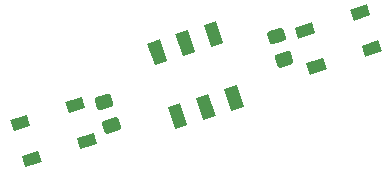
<source format=gbr>
%TF.GenerationSoftware,KiCad,Pcbnew,5.1.8*%
%TF.CreationDate,2020-12-23T16:20:00-05:00*%
%TF.ProjectId,penroserombus_thin_40mm,70656e72-6f73-4657-926f-6d6275735f74,rev?*%
%TF.SameCoordinates,Original*%
%TF.FileFunction,Paste,Top*%
%TF.FilePolarity,Positive*%
%FSLAX46Y46*%
G04 Gerber Fmt 4.6, Leading zero omitted, Abs format (unit mm)*
G04 Created by KiCad (PCBNEW 5.1.8) date 2020-12-23 16:20:00*
%MOMM*%
%LPD*%
G01*
G04 APERTURE LIST*
%ADD10C,0.100000*%
G04 APERTURE END LIST*
%TO.C,C1*%
G36*
G01*
X147194701Y-76237479D02*
X148098205Y-75943913D01*
G75*
G02*
X148413223Y-76104423I77254J-237764D01*
G01*
X148621809Y-76746387D01*
G75*
G02*
X148461299Y-77061405I-237764J-77254D01*
G01*
X147557795Y-77354971D01*
G75*
G02*
X147242777Y-77194461I-77254J237764D01*
G01*
X147034191Y-76552497D01*
G75*
G02*
X147194701Y-76237479I237764J77254D01*
G01*
G37*
G36*
G01*
X146553491Y-74264037D02*
X147456995Y-73970471D01*
G75*
G02*
X147772013Y-74130981I77254J-237764D01*
G01*
X147980599Y-74772945D01*
G75*
G02*
X147820089Y-75087963I-237764J-77254D01*
G01*
X146916585Y-75381529D01*
G75*
G02*
X146601567Y-75221019I-77254J237764D01*
G01*
X146392981Y-74579055D01*
G75*
G02*
X146553491Y-74264037I237764J77254D01*
G01*
G37*
%TD*%
%TO.C,C2*%
G36*
G01*
X163072509Y-71473405D02*
X162169005Y-71766971D01*
G75*
G02*
X161853987Y-71606461I-77254J237764D01*
G01*
X161645401Y-70964497D01*
G75*
G02*
X161805911Y-70649479I237764J77254D01*
G01*
X162709415Y-70355913D01*
G75*
G02*
X163024433Y-70516423I77254J-237764D01*
G01*
X163233019Y-71158387D01*
G75*
G02*
X163072509Y-71473405I-237764J-77254D01*
G01*
G37*
G36*
G01*
X162431299Y-69499963D02*
X161527795Y-69793529D01*
G75*
G02*
X161212777Y-69633019I-77254J237764D01*
G01*
X161004191Y-68991055D01*
G75*
G02*
X161164701Y-68676037I237764J77254D01*
G01*
X162068205Y-68382471D01*
G75*
G02*
X162383223Y-68542981I77254J-237764D01*
G01*
X162591809Y-69184945D01*
G75*
G02*
X162431299Y-69499963I-237764J-77254D01*
G01*
G37*
%TD*%
D10*
%TO.C,D1*%
G36*
X145185004Y-78684755D02*
G01*
X144875987Y-77733698D01*
X146302572Y-77270173D01*
X146611589Y-78221230D01*
X145185004Y-78684755D01*
G37*
G36*
X144196149Y-75641374D02*
G01*
X143887132Y-74690317D01*
X145313717Y-74226792D01*
X145622734Y-75177849D01*
X144196149Y-75641374D01*
G37*
G36*
X140524827Y-80198938D02*
G01*
X140215810Y-79247881D01*
X141642395Y-78784356D01*
X141951412Y-79735413D01*
X140524827Y-80198938D01*
G37*
G36*
X139535972Y-77155557D02*
G01*
X139226955Y-76204500D01*
X140653540Y-75740975D01*
X140962557Y-76692032D01*
X139535972Y-77155557D01*
G37*
%TD*%
%TO.C,D2*%
G36*
X170422799Y-69433036D02*
G01*
X170731816Y-70384093D01*
X169305231Y-70847618D01*
X168996214Y-69896561D01*
X170422799Y-69433036D01*
G37*
G36*
X169433944Y-66389655D02*
G01*
X169742961Y-67340712D01*
X168316376Y-67804237D01*
X168007359Y-66853180D01*
X169433944Y-66389655D01*
G37*
G36*
X165762622Y-70947219D02*
G01*
X166071639Y-71898276D01*
X164645054Y-72361801D01*
X164336037Y-71410744D01*
X165762622Y-70947219D01*
G37*
G36*
X164773767Y-67903838D02*
G01*
X165082784Y-68854895D01*
X163656199Y-69318420D01*
X163347182Y-68367363D01*
X164773767Y-67903838D01*
G37*
%TD*%
%TO.C,SW1*%
G36*
X155620295Y-68173402D02*
G01*
X156666458Y-67833484D01*
X157269041Y-69688044D01*
X156222878Y-70027962D01*
X155620295Y-68173402D01*
G37*
G36*
X153242654Y-68945944D02*
G01*
X154288817Y-68606026D01*
X154891400Y-70460586D01*
X153845237Y-70800504D01*
X153242654Y-68945944D01*
G37*
G36*
X150865013Y-69718487D02*
G01*
X151911176Y-69378569D01*
X152513759Y-71233129D01*
X151467596Y-71573047D01*
X150865013Y-69718487D01*
G37*
G36*
X157366241Y-73546871D02*
G01*
X158412404Y-73206953D01*
X159014987Y-75061513D01*
X157968824Y-75401431D01*
X157366241Y-73546871D01*
G37*
G36*
X154988600Y-74319414D02*
G01*
X156034763Y-73979496D01*
X156637346Y-75834056D01*
X155591183Y-76173974D01*
X154988600Y-74319414D01*
G37*
G36*
X152610959Y-75091956D02*
G01*
X153657122Y-74752038D01*
X154259705Y-76606598D01*
X153213542Y-76946516D01*
X152610959Y-75091956D01*
G37*
%TD*%
M02*

</source>
